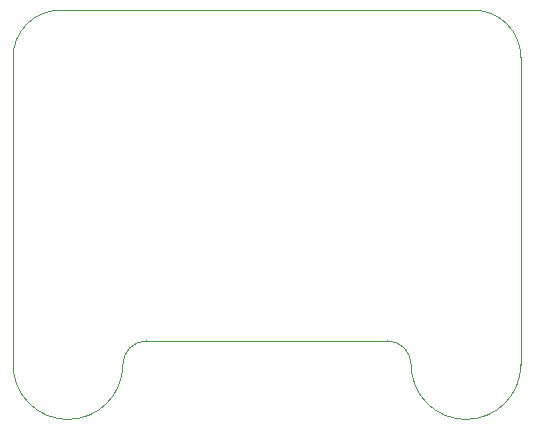
<source format=gbr>
%TF.GenerationSoftware,KiCad,Pcbnew,(5.1.10)-1*%
%TF.CreationDate,2021-09-03T22:45:51+03:00*%
%TF.ProjectId,toolhead_pcb,746f6f6c-6865-4616-945f-7063622e6b69,rev?*%
%TF.SameCoordinates,Original*%
%TF.FileFunction,Profile,NP*%
%FSLAX46Y46*%
G04 Gerber Fmt 4.6, Leading zero omitted, Abs format (unit mm)*
G04 Created by KiCad (PCBNEW (5.1.10)-1) date 2021-09-03 22:45:51*
%MOMM*%
%LPD*%
G01*
G04 APERTURE LIST*
%TA.AperFunction,Profile*%
%ADD10C,0.050000*%
%TD*%
G04 APERTURE END LIST*
D10*
X112300000Y-122500000D02*
G75*
G02*
X114300000Y-120500000I2000000J0D01*
G01*
X134700000Y-120500000D02*
G75*
G02*
X136700000Y-122500000I0J-2000000D01*
G01*
X142000000Y-92500000D02*
G75*
G02*
X146000000Y-96500000I0J-4000000D01*
G01*
X103000000Y-96500000D02*
G75*
G02*
X107000000Y-92500000I4000000J0D01*
G01*
X146000000Y-122500000D02*
X146000000Y-120500000D01*
X103000000Y-122500000D02*
X103000000Y-120500000D01*
X114300000Y-120500000D02*
X134700000Y-120500000D01*
X112300000Y-122500000D02*
G75*
G02*
X103000000Y-122500000I-4650000J0D01*
G01*
X146000000Y-122500000D02*
G75*
G02*
X136700000Y-122500000I-4650000J0D01*
G01*
X146000000Y-120500000D02*
X146000000Y-96500000D01*
X103000000Y-96500000D02*
X103000000Y-120500000D01*
X142000000Y-92500000D02*
X107000000Y-92500000D01*
M02*

</source>
